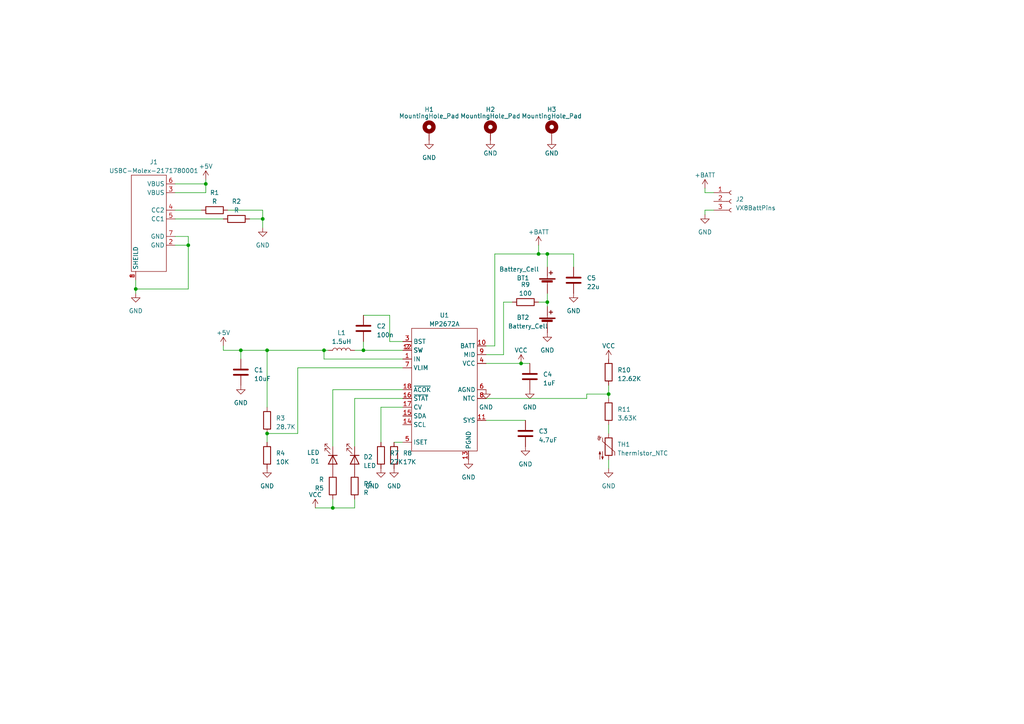
<source format=kicad_sch>
(kicad_sch (version 20210406) (generator eeschema)
  (paper "A4")
  (lib_symbols
    (symbol "Connector:Conn_01x03_Female" (pin_names (offset 1.016) hide)
      (property "Reference" "J" (at 0 5.08 0))
      (property "Value" "Conn_01x03_Female" (at 0 -5.08 0))
      (symbol "Conn_01x03_Female_1_1"
        (arc (start 0 -2.032) (end 0 -3.048) (radius (at 0 -2.54) (length 0.508) (angles 90.1 -90.1)) (stroke (width 0.1524)))
        (arc (start 0 0.508) (end 0 -0.508) (radius (at 0 0) (length 0.508) (angles 90.1 -90.1)) (stroke (width 0.1524)))
        (arc (start 0 3.048) (end 0 2.032) (radius (at 0 2.54) (length 0.508) (angles 90.1 -90.1)) (stroke (width 0.1524)))
        (polyline (pts (xy -1.27 -2.54) (xy -0.508 -2.54)) (stroke (width 0.1524)))
        (polyline (pts (xy -1.27 0) (xy -0.508 0)) (stroke (width 0.1524)))
        (polyline (pts (xy -1.27 2.54) (xy -0.508 2.54)) (stroke (width 0.1524)))
        (pin passive line (at -5.08 2.54 0) (length 3.81) (name "Pin_1") (number "1"))
        (pin passive line (at -5.08 0 0) (length 3.81) (name "Pin_2") (number "2"))
        (pin passive line (at -5.08 -2.54 0) (length 3.81) (name "Pin_3") (number "3"))
      )
    )
    (symbol "Device:Battery_Cell" (pin_numbers hide) (pin_names (offset 0) hide)
      (property "Reference" "BT" (at 2.54 2.54 0))
      (property "Value" "Battery_Cell" (at 2.54 0 0))
      (symbol "Battery_Cell_0_1"
        (rectangle (start -2.286 1.778) (end 2.286 1.524) (fill (type outline)))
        (rectangle (start -1.5748 1.1938) (end 1.4732 0.6858) (fill (type outline)))
        (polyline (pts (xy 0 0.762) (xy 0 0)))
        (polyline (pts (xy 0 1.778) (xy 0 2.54)))
        (polyline (pts (xy 0.508 3.429) (xy 1.524 3.429)) (stroke (width 0.254)))
        (polyline (pts (xy 1.016 3.937) (xy 1.016 2.921)) (stroke (width 0.254)))
      )
      (symbol "Battery_Cell_1_1"
        (pin passive line (at 0 5.08 270) (length 2.54) (name "+") (number "1"))
        (pin passive line (at 0 -2.54 90) (length 2.54) (name "-") (number "2"))
      )
    )
    (symbol "Device:C" (pin_numbers hide) (pin_names (offset 0.254))
      (property "Reference" "C" (at 0.635 2.54 0))
      (property "Value" "C" (at 0.635 -2.54 0))
      (symbol "C_0_1"
        (polyline (pts (xy -2.032 -0.762) (xy 2.032 -0.762)) (stroke (width 0.508)))
        (polyline (pts (xy -2.032 0.762) (xy 2.032 0.762)) (stroke (width 0.508)))
      )
      (symbol "C_1_1"
        (pin passive line (at 0 3.81 270) (length 2.794) (name "~") (number "1"))
        (pin passive line (at 0 -3.81 90) (length 2.794) (name "~") (number "2"))
      )
    )
    (symbol "Device:L" (pin_numbers hide) (pin_names (offset 1.016) hide)
      (property "Reference" "L" (at -1.27 0 90))
      (property "Value" "L" (at 1.905 0 90))
      (symbol "L_0_1"
        (arc (start 0 -2.54) (end 0 -1.27) (radius (at 0 -1.905) (length 0.635) (angles -89.9 89.9)))
        (arc (start 0 -1.27) (end 0 0) (radius (at 0 -0.635) (length 0.635) (angles -89.9 89.9)))
        (arc (start 0 0) (end 0 1.27) (radius (at 0 0.635) (length 0.635) (angles -89.9 89.9)))
        (arc (start 0 1.27) (end 0 2.54) (radius (at 0 1.905) (length 0.635) (angles -89.9 89.9)))
      )
      (symbol "L_1_1"
        (pin passive line (at 0 3.81 270) (length 1.27) (name "1") (number "1"))
        (pin passive line (at 0 -3.81 90) (length 1.27) (name "2") (number "2"))
      )
    )
    (symbol "Device:LED" (pin_numbers hide) (pin_names (offset 1.016) hide)
      (property "Reference" "D" (at 0 2.54 0))
      (property "Value" "LED" (at 0 -2.54 0))
      (symbol "LED_0_1"
        (polyline (pts (xy -1.27 -1.27) (xy -1.27 1.27)) (stroke (width 0.254)))
        (polyline (pts (xy -1.27 0) (xy 1.27 0)))
        (polyline (pts (xy 1.27 -1.27) (xy 1.27 1.27) (xy -1.27 0) (xy 1.27 -1.27)) (stroke (width 0.254)))
        (polyline (pts (xy -3.048 -0.762) (xy -4.572 -2.286) (xy -3.81 -2.286) (xy -4.572 -2.286) (xy -4.572 -1.524)))
        (polyline (pts (xy -1.778 -0.762) (xy -3.302 -2.286) (xy -2.54 -2.286) (xy -3.302 -2.286) (xy -3.302 -1.524)))
      )
      (symbol "LED_1_1"
        (pin passive line (at -3.81 0 0) (length 2.54) (name "K") (number "1"))
        (pin passive line (at 3.81 0 180) (length 2.54) (name "A") (number "2"))
      )
    )
    (symbol "Device:R" (pin_numbers hide) (pin_names (offset 0))
      (property "Reference" "R" (at 2.032 0 90))
      (property "Value" "R" (at 0 0 90))
      (symbol "R_0_1"
        (rectangle (start -1.016 -2.54) (end 1.016 2.54) (stroke (width 0.254)))
      )
      (symbol "R_1_1"
        (pin passive line (at 0 3.81 270) (length 1.27) (name "~") (number "1"))
        (pin passive line (at 0 -3.81 90) (length 1.27) (name "~") (number "2"))
      )
    )
    (symbol "Device:Thermistor_NTC" (pin_numbers hide) (pin_names (offset 0))
      (property "Reference" "TH" (at -4.445 0 90))
      (property "Value" "Thermistor_NTC" (at 3.175 0 90))
      (symbol "Thermistor_NTC_0_1"
        (arc (start -3.048 2.159) (end -3.175 2.413) (radius (at -3.2004 2.2352) (length 0.1778) (angles -26.5 81.8)))
        (arc (start -3.048 2.159) (end -2.794 1.905) (radius (at -2.794 2.159) (length 0.254) (angles 180 -90)))
        (arc (start -2.794 1.905) (end -2.54 2.159) (radius (at -2.794 2.159) (length 0.254) (angles -90 0)))
        (arc (start -2.54 2.794) (end -2.794 3.048) (radius (at -2.794 2.794) (length 0.254) (angles 0 90)))
        (arc (start -2.794 3.048) (end -3.048 2.794) (radius (at -2.794 2.794) (length 0.254) (angles 90 180)))
        (arc (start -3.048 2.794) (end -2.794 2.54) (radius (at -2.794 2.794) (length 0.254) (angles 180 -90)))
        (arc (start -2.794 2.54) (end -2.159 2.794) (radius (at -2.6416 3.0226) (length 0.508) (angles -107.5 -25.3)))
        (rectangle (start -1.016 2.54) (end 1.016 -2.54) (stroke (width 0.254)))
        (polyline (pts (xy -2.54 2.159) (xy -2.54 2.794)))
        (polyline (pts (xy -1.778 2.54) (xy -1.778 1.524) (xy 1.778 -1.524) (xy 1.778 -2.54)))
        (polyline (pts (xy -2.54 -3.683) (xy -2.54 -1.397) (xy -2.794 -2.159) (xy -2.286 -2.159) (xy -2.54 -1.397) (xy -2.54 -1.651)) (fill (type outline)))
        (polyline (pts (xy -1.778 -1.397) (xy -1.778 -3.683) (xy -2.032 -2.921) (xy -1.524 -2.921) (xy -1.778 -3.683) (xy -1.778 -3.429)) (fill (type outline)))
      )
      (symbol "Thermistor_NTC_1_1"
        (pin passive line (at 0 3.81 270) (length 1.27) (name "~") (number "1"))
        (pin passive line (at 0 -3.81 90) (length 1.27) (name "~") (number "2"))
      )
    )
    (symbol "Mechanical:MountingHole_Pad" (pin_numbers hide) (pin_names (offset 1.016) hide)
      (property "Reference" "H" (at 0 6.35 0))
      (property "Value" "MountingHole_Pad" (at 0 4.445 0))
      (symbol "MountingHole_Pad_0_1"
        (circle (center 0 1.27) (radius 1.27) (stroke (width 1.27)))
      )
      (symbol "MountingHole_Pad_1_1"
        (pin input line (at 0 -2.54 90) (length 2.54) (name "1") (number "1"))
      )
    )
    (symbol "VX8Battery:MP2672A"
      (property "Reference" "U" (at 2.54 36.83 0))
      (property "Value" "MP2672A" (at 2.54 39.37 0))
      (symbol "MP2672A_0_1"
        (rectangle (start -6.35 35.56) (end 12.7 0) (stroke (width 0.1524)))
      )
      (symbol "MP2672A_1_1"
        (pin input line (at -8.89 26.67 0) (length 2.54) (name "IN") (number "1"))
        (pin input line (at 15.24 30.48 180) (length 2.54) (name "BATT") (number "10"))
        (pin input line (at 15.24 8.89 180) (length 2.54) (name "SYS") (number "11"))
        (pin input line (at -8.89 29.21 0) (length 2.54) (name "SW") (number "12"))
        (pin input line (at 10.16 -2.54 90) (length 2.54) (name "PGND") (number "13"))
        (pin input line (at -8.89 7.62 0) (length 2.54) (name "SCL") (number "14"))
        (pin input line (at -8.89 10.16 0) (length 2.54) (name "SDA") (number "15"))
        (pin input line (at -8.89 15.24 0) (length 2.54) (name "~STAT") (number "16"))
        (pin input line (at -8.89 12.7 0) (length 2.54) (name "CV") (number "17"))
        (pin input line (at -8.89 17.78 0) (length 2.54) (name "~ACOK") (number "18"))
        (pin input line (at -8.89 29.21 0) (length 2.54) (name "SW") (number "2"))
        (pin input line (at -8.89 31.75 0) (length 2.54) (name "BST") (number "3"))
        (pin input line (at 15.24 25.4 180) (length 2.54) (name "VCC") (number "4"))
        (pin input line (at -8.89 2.54 0) (length 2.54) (name "ISET") (number "5"))
        (pin input line (at 15.24 17.78 180) (length 2.54) (name "AGND") (number "6"))
        (pin input line (at -8.89 24.13 0) (length 2.54) (name "VLIM") (number "7"))
        (pin input line (at 15.24 15.24 180) (length 2.54) (name "NTC") (number "8"))
        (pin input line (at 15.24 27.94 180) (length 2.54) (name "MID") (number "9"))
      )
    )
    (symbol "VX8Battery:USBC-Molex-2171780001"
      (property "Reference" "J" (at -5.08 21.59 0))
      (property "Value" "USBC-Molex-2171780001" (at -5.08 24.13 0))
      (symbol "USBC-Molex-2171780001_0_1"
        (rectangle (start -10.16 20.32) (end 0 -7.62) (stroke (width 0.1524)))
      )
      (symbol "USBC-Molex-2171780001_1_1"
        (pin input line (at -1.27 -10.16 90) (length 2.54) (name "SHEILD") (number "1"))
        (pin input line (at -12.7 0 0) (length 2.54) (name "GND") (number "2"))
        (pin input line (at -12.7 15.24 0) (length 2.54) (name "VBUS") (number "3"))
        (pin input line (at -12.7 10.16 0) (length 2.54) (name "CC2") (number "4"))
        (pin input line (at -12.7 7.62 0) (length 2.54) (name "CC1") (number "5"))
        (pin input line (at -12.7 17.78 0) (length 2.54) (name "VBUS") (number "6"))
        (pin input line (at -12.7 2.54 0) (length 2.54) (name "GND") (number "7"))
        (pin input line (at -1.27 -10.16 90) (length 2.54) (name "SHEILD") (number "8"))
      )
    )
    (symbol "power:+5V" (power) (pin_names (offset 0))
      (property "Value" "+5V" (at 0 3.556 0))
      (symbol "+5V_0_1"
        (polyline (pts (xy -0.762 1.27) (xy 0 2.54)))
        (polyline (pts (xy 0 0) (xy 0 2.54)))
        (polyline (pts (xy 0 2.54) (xy 0.762 1.27)))
      )
      (symbol "+5V_1_1"
        (pin power_in line (at 0 0 90) (length 0) hide (name "+5V") (number "1"))
      )
    )
    (symbol "power:+BATT" (power) (pin_names (offset 0))
      (property "Value" "+BATT" (at 0 3.556 0))
      (symbol "+BATT_0_1"
        (polyline (pts (xy -0.762 1.27) (xy 0 2.54)))
        (polyline (pts (xy 0 0) (xy 0 2.54)))
        (polyline (pts (xy 0 2.54) (xy 0.762 1.27)))
      )
      (symbol "+BATT_1_1"
        (pin power_in line (at 0 0 90) (length 0) hide (name "+BATT") (number "1"))
      )
    )
    (symbol "power:GND" (power) (pin_names (offset 0))
      (property "Value" "GND" (at 0 -3.81 0))
      (symbol "GND_0_1"
        (polyline (pts (xy 0 0) (xy 0 -1.27) (xy 1.27 -1.27) (xy 0 -2.54) (xy -1.27 -1.27) (xy 0 -1.27)))
      )
      (symbol "GND_1_1"
        (pin power_in line (at 0 0 270) (length 0) hide (name "GND") (number "1"))
      )
    )
    (symbol "power:VCC" (power) (pin_names (offset 0))
      (property "Value" "VCC" (at 0 3.81 0))
      (symbol "VCC_0_1"
        (polyline (pts (xy -0.762 1.27) (xy 0 2.54)))
        (polyline (pts (xy 0 0) (xy 0 2.54)))
        (polyline (pts (xy 0 2.54) (xy 0.762 1.27)))
      )
      (symbol "VCC_1_1"
        (pin power_in line (at 0 0 90) (length 0) hide (name "VCC") (number "1"))
      )
    )
  )
  (junction (at 39.37 83.82) (diameter 0.9144))
  (junction (at 54.61 71.12) (diameter 0.9144))
  (junction (at 59.69 53.34) (diameter 0.9144))
  (junction (at 69.85 101.6) (diameter 0.9144))
  (junction (at 76.2 63.5) (diameter 0.9144))
  (junction (at 77.47 101.6) (diameter 0.9144))
  (junction (at 77.47 125.73) (diameter 0.9144))
  (junction (at 93.98 101.6) (diameter 0.9144))
  (junction (at 96.52 147.32) (diameter 0.9144))
  (junction (at 105.41 101.6) (diameter 0.9144))
  (junction (at 151.13 105.41) (diameter 0.9144))
  (junction (at 156.21 73.66) (diameter 0.9144))
  (junction (at 158.75 73.66) (diameter 0.9144))
  (junction (at 158.75 87.63) (diameter 0.9144))
  (junction (at 176.53 114.3) (diameter 0.9144))
  (wire (pts (xy 39.37 81.28) (xy 39.37 83.82)))
  (wire (pts (xy 39.37 83.82) (xy 39.37 85.09)))
  (wire (pts (xy 50.8 53.34) (xy 59.69 53.34)))
  (wire (pts (xy 50.8 55.88) (xy 59.69 55.88)))
  (wire (pts (xy 50.8 60.96) (xy 58.42 60.96)))
  (wire (pts (xy 50.8 63.5) (xy 64.77 63.5)))
  (wire (pts (xy 50.8 68.58) (xy 54.61 68.58)))
  (wire (pts (xy 50.8 71.12) (xy 54.61 71.12)))
  (wire (pts (xy 54.61 68.58) (xy 54.61 71.12)))
  (wire (pts (xy 54.61 71.12) (xy 54.61 83.82)))
  (wire (pts (xy 54.61 83.82) (xy 39.37 83.82)))
  (wire (pts (xy 59.69 52.07) (xy 59.69 53.34)))
  (wire (pts (xy 59.69 53.34) (xy 59.69 55.88)))
  (wire (pts (xy 64.77 100.33) (xy 64.77 101.6)))
  (wire (pts (xy 64.77 101.6) (xy 69.85 101.6)))
  (wire (pts (xy 66.04 60.96) (xy 76.2 60.96)))
  (wire (pts (xy 69.85 101.6) (xy 69.85 104.14)))
  (wire (pts (xy 69.85 101.6) (xy 77.47 101.6)))
  (wire (pts (xy 72.39 63.5) (xy 76.2 63.5)))
  (wire (pts (xy 76.2 60.96) (xy 76.2 63.5)))
  (wire (pts (xy 76.2 63.5) (xy 76.2 66.04)))
  (wire (pts (xy 77.47 101.6) (xy 77.47 118.11)))
  (wire (pts (xy 77.47 101.6) (xy 93.98 101.6)))
  (wire (pts (xy 77.47 125.73) (xy 77.47 128.27)))
  (wire (pts (xy 77.47 125.73) (xy 86.36 125.73)))
  (wire (pts (xy 86.36 106.68) (xy 116.84 106.68)))
  (wire (pts (xy 86.36 125.73) (xy 86.36 106.68)))
  (wire (pts (xy 91.44 147.32) (xy 96.52 147.32)))
  (wire (pts (xy 93.98 101.6) (xy 95.25 101.6)))
  (wire (pts (xy 93.98 104.14) (xy 93.98 101.6)))
  (wire (pts (xy 96.52 113.03) (xy 116.84 113.03)))
  (wire (pts (xy 96.52 129.54) (xy 96.52 113.03)))
  (wire (pts (xy 96.52 144.78) (xy 96.52 147.32)))
  (wire (pts (xy 96.52 147.32) (xy 102.87 147.32)))
  (wire (pts (xy 102.87 101.6) (xy 105.41 101.6)))
  (wire (pts (xy 102.87 115.57) (xy 116.84 115.57)))
  (wire (pts (xy 102.87 129.54) (xy 102.87 115.57)))
  (wire (pts (xy 102.87 144.78) (xy 102.87 147.32)))
  (wire (pts (xy 105.41 91.44) (xy 113.03 91.44)))
  (wire (pts (xy 105.41 99.06) (xy 105.41 101.6)))
  (wire (pts (xy 105.41 101.6) (xy 116.84 101.6)))
  (wire (pts (xy 110.49 118.11) (xy 116.84 118.11)))
  (wire (pts (xy 110.49 128.27) (xy 110.49 118.11)))
  (wire (pts (xy 113.03 99.06) (xy 113.03 91.44)))
  (wire (pts (xy 116.84 99.06) (xy 113.03 99.06)))
  (wire (pts (xy 116.84 104.14) (xy 93.98 104.14)))
  (wire (pts (xy 116.84 128.27) (xy 114.3 128.27)))
  (wire (pts (xy 140.97 100.33) (xy 143.51 100.33)))
  (wire (pts (xy 140.97 105.41) (xy 151.13 105.41)))
  (wire (pts (xy 140.97 115.57) (xy 170.18 115.57)))
  (wire (pts (xy 140.97 121.92) (xy 152.4 121.92)))
  (wire (pts (xy 143.51 73.66) (xy 156.21 73.66)))
  (wire (pts (xy 143.51 100.33) (xy 143.51 73.66)))
  (wire (pts (xy 146.05 87.63) (xy 146.05 102.87)))
  (wire (pts (xy 146.05 102.87) (xy 140.97 102.87)))
  (wire (pts (xy 148.59 87.63) (xy 146.05 87.63)))
  (wire (pts (xy 151.13 105.41) (xy 153.67 105.41)))
  (wire (pts (xy 156.21 71.12) (xy 156.21 73.66)))
  (wire (pts (xy 156.21 73.66) (xy 158.75 73.66)))
  (wire (pts (xy 156.21 87.63) (xy 158.75 87.63)))
  (wire (pts (xy 158.75 73.66) (xy 158.75 77.47)))
  (wire (pts (xy 158.75 73.66) (xy 166.37 73.66)))
  (wire (pts (xy 158.75 85.09) (xy 158.75 87.63)))
  (wire (pts (xy 158.75 87.63) (xy 158.75 88.9)))
  (wire (pts (xy 166.37 73.66) (xy 166.37 77.47)))
  (wire (pts (xy 170.18 114.3) (xy 176.53 114.3)))
  (wire (pts (xy 170.18 115.57) (xy 170.18 114.3)))
  (wire (pts (xy 176.53 111.76) (xy 176.53 114.3)))
  (wire (pts (xy 176.53 114.3) (xy 176.53 115.57)))
  (wire (pts (xy 176.53 123.19) (xy 176.53 125.73)))
  (wire (pts (xy 176.53 133.35) (xy 176.53 135.89)))
  (wire (pts (xy 204.47 54.61) (xy 204.47 55.88)))
  (wire (pts (xy 204.47 60.96) (xy 204.47 62.23)))
  (wire (pts (xy 207.01 55.88) (xy 204.47 55.88)))
  (wire (pts (xy 207.01 60.96) (xy 204.47 60.96)))
  (symbol (lib_id "power:+5V") (at 59.69 52.07 0) (unit 1)
    (property "Reference" "#PWR0115" (effects hide))
    (property "Value" "+5V" (at 59.69 48.26 0))
  )
  (symbol (lib_id "power:+5V") (at 64.77 100.33 0) (unit 1)
    (property "Reference" "#PWR0114" (effects hide))
    (property "Value" "+5V" (at 64.77 96.52 0))
  )
  (symbol (lib_id "power:VCC") (at 91.44 147.32 0) (unit 1)
    (property "Reference" "#PWR0103" (effects hide))
    (property "Value" "VCC" (at 91.44 143.51 0))
  )
  (symbol (lib_id "power:VCC") (at 151.13 105.41 0) (unit 1)
    (property "Reference" "#PWR0102" (effects hide))
    (property "Value" "VCC" (at 151.13 101.6 0))
  )
  (symbol (lib_id "power:+BATT") (at 156.21 71.12 0) (unit 1)
    (property "Reference" "#PWR0121" (effects hide))
    (property "Value" "+BATT" (at 156.21 67.31 0))
  )
  (symbol (lib_id "power:VCC") (at 176.53 104.14 0) (unit 1)
    (property "Reference" "#PWR0111" (effects hide))
    (property "Value" "VCC" (at 176.53 100.33 0))
  )
  (symbol (lib_id "power:+BATT") (at 204.47 54.61 0) (unit 1)
    (property "Reference" "#PWR0118" (effects hide))
    (property "Value" "+BATT" (at 204.47 50.8 0))
  )
  (symbol (lib_id "power:GND") (at 39.37 85.09 0) (unit 1)
    (property "Reference" "#PWR0116" (effects hide))
    (property "Value" "GND" (at 39.37 90.17 0))
  )
  (symbol (lib_id "power:GND") (at 69.85 111.76 0) (unit 1)
    (property "Reference" "#PWR0105" (effects hide))
    (property "Value" "GND" (at 69.85 116.84 0))
  )
  (symbol (lib_id "power:GND") (at 76.2 66.04 0) (unit 1)
    (property "Reference" "#PWR0117" (effects hide))
    (property "Value" "GND" (at 76.2 71.12 0))
  )
  (symbol (lib_id "power:GND") (at 77.47 135.89 0) (unit 1)
    (property "Reference" "#PWR0104" (effects hide))
    (property "Value" "GND" (at 77.47 140.97 0))
  )
  (symbol (lib_id "power:GND") (at 110.49 135.89 0) (unit 1)
    (property "Reference" "#PWR0108" (effects hide))
    (property "Value" "GND" (at 107.95 140.97 0))
  )
  (symbol (lib_id "power:GND") (at 114.3 135.89 0) (unit 1)
    (property "Reference" "#PWR0110" (effects hide))
    (property "Value" "GND" (at 114.3 140.97 0))
  )
  (symbol (lib_id "power:GND") (at 124.46 40.64 0) (unit 1)
    (property "Reference" "#PWR0122" (effects hide))
    (property "Value" "GND" (at 124.46 45.72 0))
  )
  (symbol (lib_id "power:GND") (at 135.89 133.35 0) (unit 1)
    (property "Reference" "#PWR0109" (effects hide))
    (property "Value" "GND" (at 135.89 138.43 0))
  )
  (symbol (lib_id "power:GND") (at 140.97 113.03 0) (unit 1)
    (property "Reference" "#PWR0112" (effects hide))
    (property "Value" "GND" (at 140.97 118.11 0))
  )
  (symbol (lib_id "power:GND") (at 142.24 40.64 0) (unit 1)
    (property "Reference" "#PWR0124" (effects hide))
    (property "Value" "GND" (at 142.24 44.45 0))
  )
  (symbol (lib_id "power:GND") (at 152.4 129.54 0) (unit 1)
    (property "Reference" "#PWR0106" (effects hide))
    (property "Value" "GND" (at 152.4 134.62 0))
  )
  (symbol (lib_id "power:GND") (at 153.67 113.03 0) (unit 1)
    (property "Reference" "#PWR0101" (effects hide))
    (property "Value" "GND" (at 153.67 118.11 0))
  )
  (symbol (lib_id "power:GND") (at 158.75 96.52 0) (unit 1)
    (property "Reference" "#PWR0113" (effects hide))
    (property "Value" "GND" (at 158.75 101.6 0))
  )
  (symbol (lib_id "power:GND") (at 160.02 40.64 0) (unit 1)
    (property "Reference" "#PWR0123" (effects hide))
    (property "Value" "GND" (at 160.02 44.45 0))
  )
  (symbol (lib_id "power:GND") (at 166.37 85.09 0) (unit 1)
    (property "Reference" "#PWR0120" (effects hide))
    (property "Value" "GND" (at 166.37 90.17 0))
  )
  (symbol (lib_id "power:GND") (at 176.53 135.89 0) (unit 1)
    (property "Reference" "#PWR0107" (effects hide))
    (property "Value" "GND" (at 176.53 140.97 0))
  )
  (symbol (lib_id "power:GND") (at 204.47 62.23 0) (unit 1)
    (property "Reference" "#PWR0119" (effects hide))
    (property "Value" "GND" (at 204.47 67.31 0))
  )
  (symbol (lib_id "Device:L") (at 99.06 101.6 90) (unit 1)
    (property "Reference" "L1" (at 99.06 96.52 90))
    (property "Value" "1.5uH" (at 99.06 99.06 90))
    (property "Footprint" "Inductor_SMD:L_Taiyo-Yuden_NR-50xx_HandSoldering" (effects hide))
    (property "Manufacturer PN" "TYS50402R2N-10" (effects hide))
  )
  (symbol (lib_id "Device:R") (at 62.23 60.96 90) (unit 1)
    (property "Reference" "R1" (at 62.23 55.88 90))
    (property "Value" "R" (at 62.23 58.42 90))
    (property "Footprint" "Resistor_SMD:R_0603_1608Metric" (effects hide))
  )
  (symbol (lib_id "Device:R") (at 68.58 63.5 90) (unit 1)
    (property "Reference" "R2" (at 68.58 58.42 90))
    (property "Value" "R" (at 68.58 60.96 90))
    (property "Footprint" "Resistor_SMD:R_0603_1608Metric" (effects hide))
  )
  (symbol (lib_id "Device:R") (at 77.47 121.92 0) (unit 1)
    (property "Reference" "R3" (at 80.01 121.2849 0) (effects (justify left)))
    (property "Value" "28.7K" (at 80.01 123.8249 0) (effects (justify left)))
    (property "Footprint" "Resistor_SMD:R_0603_1608Metric" (effects hide))
  )
  (symbol (lib_id "Device:R") (at 77.47 132.08 0) (unit 1)
    (property "Reference" "R4" (at 80.01 131.4449 0) (effects (justify left)))
    (property "Value" "10K" (at 80.01 133.9849 0) (effects (justify left)))
    (property "Footprint" "Resistor_SMD:R_0603_1608Metric" (effects hide))
  )
  (symbol (lib_id "Device:R") (at 96.52 140.97 180) (unit 1)
    (property "Reference" "R5" (at 93.98 141.6051 0) (effects (justify left)))
    (property "Value" "R" (at 93.98 139.0651 0) (effects (justify left)))
    (property "Footprint" "Resistor_SMD:R_0603_1608Metric" (effects hide))
  )
  (symbol (lib_id "Device:R") (at 102.87 140.97 0) (unit 1)
    (property "Reference" "R6" (at 105.41 140.3349 0) (effects (justify left)))
    (property "Value" "R" (at 105.41 142.8749 0) (effects (justify left)))
    (property "Footprint" "Resistor_SMD:R_0603_1608Metric" (effects hide))
  )
  (symbol (lib_id "Device:R") (at 110.49 132.08 0) (unit 1)
    (property "Reference" "R7" (at 113.03 131.4449 0) (effects (justify left)))
    (property "Value" "27K" (at 113.03 133.9849 0) (effects (justify left)))
    (property "Footprint" "Resistor_SMD:R_0603_1608Metric" (effects hide))
  )
  (symbol (lib_id "Device:R") (at 114.3 132.08 0) (unit 1)
    (property "Reference" "R8" (at 116.84 131.4449 0) (effects (justify left)))
    (property "Value" "17K" (at 116.84 133.9849 0) (effects (justify left)))
    (property "Footprint" "Resistor_SMD:R_0603_1608Metric" (effects hide))
  )
  (symbol (lib_id "Device:R") (at 152.4 87.63 90) (unit 1)
    (property "Reference" "R9" (at 152.4 82.55 90))
    (property "Value" "100" (at 152.4 85.09 90))
    (property "Footprint" "Resistor_SMD:R_0603_1608Metric" (effects hide))
  )
  (symbol (lib_id "Device:R") (at 176.53 107.95 0) (unit 1)
    (property "Reference" "R10" (at 179.07 107.3149 0) (effects (justify left)))
    (property "Value" "12.62K" (at 179.07 109.8549 0) (effects (justify left)))
    (property "Footprint" "Resistor_SMD:R_0603_1608Metric" (effects hide))
  )
  (symbol (lib_id "Device:R") (at 176.53 119.38 0) (unit 1)
    (property "Reference" "R11" (at 179.07 118.7449 0) (effects (justify left)))
    (property "Value" "3.63K" (at 179.07 121.2849 0) (effects (justify left)))
    (property "Footprint" "Resistor_SMD:R_0603_1608Metric" (effects hide))
  )
  (symbol (lib_id "Mechanical:MountingHole_Pad") (at 124.46 38.1 0) (unit 1)
    (property "Reference" "H1" (at 124.46 31.75 0))
    (property "Value" "MountingHole_Pad" (at 124.46 33.655 0))
    (property "Footprint" "VX8Battery:AdafruitSMTStandoff" (effects hide))
  )
  (symbol (lib_id "Mechanical:MountingHole_Pad") (at 142.24 38.1 0) (unit 1)
    (property "Reference" "H2" (at 142.24 31.75 0))
    (property "Value" "MountingHole_Pad" (at 142.24 33.655 0))
    (property "Footprint" "VX8Battery:AdafruitSMTStandoff" (effects hide))
  )
  (symbol (lib_id "Mechanical:MountingHole_Pad") (at 160.02 38.1 0) (unit 1)
    (property "Reference" "H3" (at 160.02 31.75 0))
    (property "Value" "MountingHole_Pad" (at 160.02 33.655 0))
    (property "Footprint" "VX8Battery:AdafruitSMTStandoff" (effects hide))
  )
  (symbol (lib_id "Device:LED") (at 96.52 133.35 270) (unit 1)
    (property "Reference" "D1" (at 92.71 133.7946 90) (effects (justify right)))
    (property "Value" "LED" (at 92.71 131.2546 90) (effects (justify right)))
    (property "Footprint" "LED_SMD:LED_0603_1608Metric" (effects hide))
  )
  (symbol (lib_id "Device:LED") (at 102.87 133.35 270) (unit 1)
    (property "Reference" "D2" (at 105.41 132.5244 90) (effects (justify left)))
    (property "Value" "LED" (at 105.41 135.0644 90) (effects (justify left)))
    (property "Footprint" "LED_SMD:LED_0603_1608Metric" (effects hide))
  )
  (symbol (lib_id "Connector:Conn_01x03_Female") (at 212.09 58.42 0) (unit 1)
    (property "Reference" "J2" (at 213.36 57.7849 0) (effects (justify left)))
    (property "Value" "VX8BattPins" (at 213.36 60.3249 0) (effects (justify left)))
    (property "Footprint" "VX8Battery:VX8BatteryPins" (effects hide))
  )
  (symbol (lib_id "Device:C") (at 69.85 107.95 0) (unit 1)
    (property "Reference" "C1" (at 73.66 107.3149 0) (effects (justify left)))
    (property "Value" "10uF" (at 73.66 109.8549 0) (effects (justify left)))
    (property "Footprint" "Capacitor_SMD:C_1210_3225Metric" (effects hide))
  )
  (symbol (lib_id "Device:C") (at 105.41 95.25 180) (unit 1)
    (property "Reference" "C2" (at 109.22 94.6149 0) (effects (justify right)))
    (property "Value" "100n" (at 109.22 97.1549 0) (effects (justify right)))
    (property "Footprint" "Capacitor_SMD:C_0603_1608Metric" (effects hide))
  )
  (symbol (lib_id "Device:C") (at 152.4 125.73 0) (unit 1)
    (property "Reference" "C3" (at 156.21 125.0949 0) (effects (justify left)))
    (property "Value" "4.7uF" (at 156.21 127.6349 0) (effects (justify left)))
    (property "Footprint" "Capacitor_SMD:C_1206_3216Metric" (effects hide))
  )
  (symbol (lib_id "Device:C") (at 153.67 109.22 0) (unit 1)
    (property "Reference" "C4" (at 157.48 108.5849 0) (effects (justify left)))
    (property "Value" "1uF" (at 157.48 111.1249 0) (effects (justify left)))
    (property "Footprint" "Capacitor_SMD:C_0805_2012Metric" (effects hide))
  )
  (symbol (lib_id "Device:Battery_Cell") (at 158.75 82.55 0) (unit 1)
    (property "Reference" "BT1" (at 149.86 80.6449 0) (effects (justify left)))
    (property "Value" "Battery_Cell" (at 144.78 78.1049 0) (effects (justify left)))
    (property "Footprint" "VX8Battery:21700Battery" (effects hide))
  )
  (symbol (lib_id "Device:Battery_Cell") (at 158.75 93.98 0) (unit 1)
    (property "Reference" "BT2" (at 149.86 92.0749 0) (effects (justify left)))
    (property "Value" "Battery_Cell" (at 147.32 94.6149 0) (effects (justify left)))
    (property "Footprint" "VX8Battery:21700Battery" (effects hide))
  )
  (symbol (lib_id "Device:C") (at 166.37 81.28 0) (unit 1)
    (property "Reference" "C5" (at 170.18 80.6449 0) (effects (justify left)))
    (property "Value" "22u" (at 170.18 83.1849 0) (effects (justify left)))
    (property "Footprint" "Capacitor_SMD:C_1210_3225Metric" (effects hide))
    (property "Manufacturer PN" "GRM21BR61E226ME44K" (effects hide))
  )
  (symbol (lib_id "Device:Thermistor_NTC") (at 176.53 129.54 0) (unit 1)
    (property "Reference" "TH1" (at 179.07 128.9049 0) (effects (justify left)))
    (property "Value" "Thermistor_NTC" (at 179.07 131.4449 0) (effects (justify left)))
    (property "Footprint" "Resistor_THT:R_Axial_DIN0204_L3.6mm_D1.6mm_P2.54mm_Vertical" (effects hide))
    (property "Manufacturer PN" "NTCLE101E3C90173" (effects hide))
  )
  (symbol (lib_id "VX8Battery:USBC-Molex-2171780001") (at 38.1 71.12 0) (mirror y) (unit 1)
    (property "Reference" "J1" (at 44.6024 46.99 0))
    (property "Value" "USBC-Molex-2171780001" (at 44.6024 49.53 0))
    (property "Footprint" "VX8Battery:Molex-2171780001" (effects hide))
  )
  (symbol (lib_id "VX8Battery:MP2672A") (at 125.73 130.81 0) (unit 1)
    (property "Reference" "U1" (at 128.905 91.44 0))
    (property "Value" "MP2672A" (at 128.905 93.98 0))
    (property "Footprint" "VX8Battery:MP2672A" (effects hide))
  )
)
</source>
